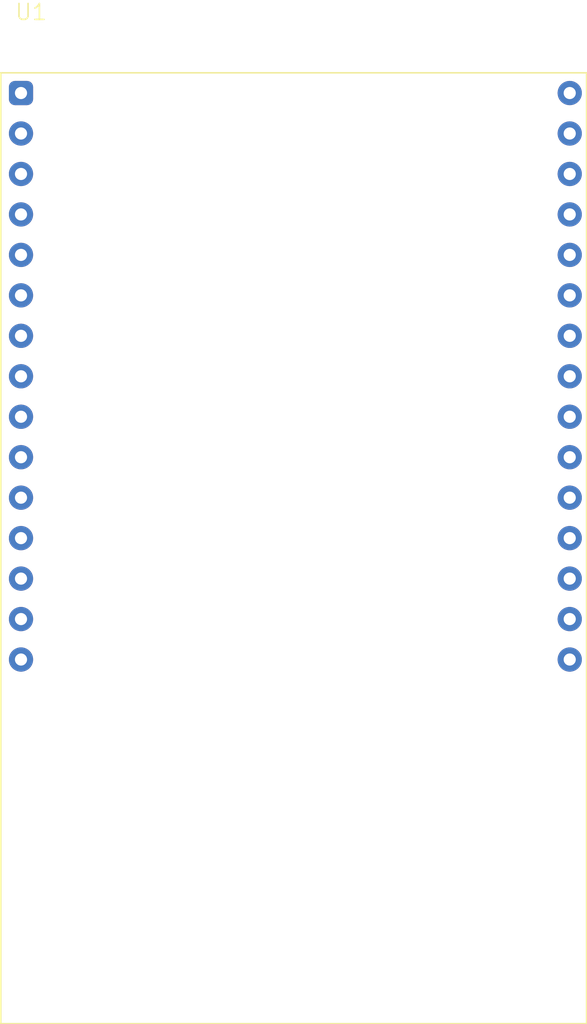
<source format=kicad_pcb>
(kicad_pcb (version 20221018) (generator pcbnew)
  (title_block (title "STM32 Value Line Discovery - Shiled board") (rev "1.0"))
  (layers (0 "F.Cu" signal) (31 "B.Cu" signal) (34 "B.Paste" user) (35 "F.Paste" user) (36 "B.SilkS" user "B.Silkscreen") (37 "F.SilkS" user "F.Silkscreen") (38 "B.Mask" user) (39 "F.Mask" user) (44 "Edge.Cuts" user))
  (net 0 "")
  (footprint "Realtek:AmebaPro2_Mini" (layer "F.Cu") (at 34.461 60.198)
    (fp_text reference "U1" (at 0.635 -5.08 unlocked) (layer "F.SilkS") (effects (font (thickness 0.1))))
    (fp_text value "~")
    (fp_line (start -1.27 -1.27) (end -1.27 58.42) (stroke (width 0.1)) (layer "F.SilkS"))
    (fp_line (start -1.27 -1.27) (end 35.56 -1.27) (stroke (width 0.1)) (layer "F.SilkS"))
    (fp_line (start -1.27 58.42) (end 35.56 58.42) (stroke (width 0.1)) (layer "F.SilkS"))
    (fp_line (start 35.56 -1.27) (end 35.56 58.42) (stroke (width 0.1)) (layer "F.SilkS"))
    (pad "1" thru_hole roundrect (at 0 0) (size 1.524 1.524) (drill 0.762) (layers "*.Cu" "*.Mask") (chamfer_ratio 0.2) (chamfer))
    (pad "2" thru_hole circle (at 0 2.54) (size 1.524 1.524) (drill 0.762) (layers "*.Cu" "*.Mask"))
    (pad "3" thru_hole circle (at 0 5.08) (size 1.524 1.524) (drill 0.762) (layers "*.Cu" "*.Mask"))
    (pad "4" thru_hole circle (at 0 7.62) (size 1.524 1.524) (drill 0.762) (layers "*.Cu" "*.Mask"))
    (pad "5" thru_hole circle (at 0 10.16) (size 1.524 1.524) (drill 0.762) (layers "*.Cu" "*.Mask"))
    (pad "6" thru_hole circle (at 0 12.7) (size 1.524 1.524) (drill 0.762) (layers "*.Cu" "*.Mask"))
    (pad "7" thru_hole circle (at 0 15.24) (size 1.524 1.524) (drill 0.762) (layers "*.Cu" "*.Mask"))
    (pad "8" thru_hole circle (at 0 17.78) (size 1.524 1.524) (drill 0.762) (layers "*.Cu" "*.Mask"))
    (pad "9" thru_hole circle (at 0 20.32) (size 1.524 1.524) (drill 0.762) (layers "*.Cu" "*.Mask"))
    (pad "10" thru_hole circle (at 0 22.86) (size 1.524 1.524) (drill 0.762) (layers "*.Cu" "*.Mask"))
    (pad "11" thru_hole circle (at 0 25.4) (size 1.524 1.524) (drill 0.762) (layers "*.Cu" "*.Mask"))
    (pad "12" thru_hole circle (at 0 27.94) (size 1.524 1.524) (drill 0.762) (layers "*.Cu" "*.Mask"))
    (pad "13" thru_hole circle (at 0 30.48) (size 1.524 1.524) (drill 0.762) (layers "*.Cu" "*.Mask"))
    (pad "14" thru_hole circle (at 0 33.02) (size 1.524 1.524) (drill 0.762) (layers "*.Cu" "*.Mask"))
    (pad "15" thru_hole circle (at 0 35.56) (size 1.524 1.524) (drill 0.762) (layers "*.Cu" "*.Mask"))
    (pad "16" thru_hole circle (at 34.5 35.56) (size 1.524 1.524) (drill 0.762) (layers "*.Cu" "*.Mask"))
    (pad "17" thru_hole circle (at 34.5 33.02) (size 1.524 1.524) (drill 0.762) (layers "*.Cu" "*.Mask"))
    (pad "18" thru_hole circle (at 34.5 30.48) (size 1.524 1.524) (drill 0.762) (layers "*.Cu" "*.Mask"))
    (pad "19" thru_hole circle (at 34.5 27.94) (size 1.524 1.524) (drill 0.762) (layers "*.Cu" "*.Mask"))
    (pad "20" thru_hole circle (at 34.5 25.4) (size 1.524 1.524) (drill 0.762) (layers "*.Cu" "*.Mask"))
    (pad "21" thru_hole circle (at 34.5 22.86) (size 1.524 1.524) (drill 0.762) (layers "*.Cu" "*.Mask"))
    (pad "22" thru_hole circle (at 34.5 20.32) (size 1.524 1.524) (drill 0.762) (layers "*.Cu" "*.Mask"))
    (pad "23" thru_hole circle (at 34.5 17.78) (size 1.524 1.524) (drill 0.762) (layers "*.Cu" "*.Mask"))
    (pad "24" thru_hole circle (at 34.5 15.24) (size 1.524 1.524) (drill 0.762) (layers "*.Cu" "*.Mask"))
    (pad "25" thru_hole circle (at 34.5 12.7) (size 1.524 1.524) (drill 0.762) (layers "*.Cu" "*.Mask"))
    (pad "26" thru_hole circle (at 34.5 10.16) (size 1.524 1.524) (drill 0.762) (layers "*.Cu" "*.Mask"))
    (pad "27" thru_hole circle (at 34.5 7.62) (size 1.524 1.524) (drill 0.762) (layers "*.Cu" "*.Mask"))
    (pad "28" thru_hole circle (at 34.5 5.08) (size 1.524 1.524) (drill 0.762) (layers "*.Cu" "*.Mask"))
    (pad "29" thru_hole circle (at 34.5 2.54) (size 1.524 1.524) (drill 0.762) (layers "*.Cu" "*.Mask"))
    (pad "30" thru_hole circle (at 34.5 0) (size 1.524 1.524) (drill 0.762) (layers "*.Cu" "*.Mask"))
  )
)
</source>
